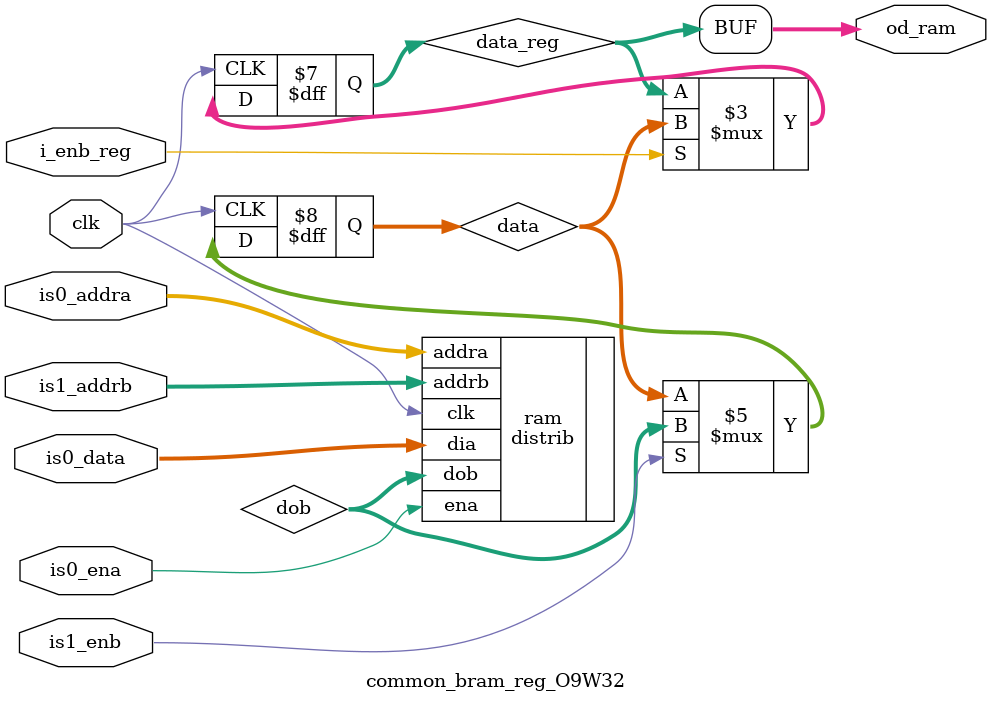
<source format=sv>
`timescale 100ps/100ps

(* keep_hierarchy = "yes" *) module common_bram_reg_O9W32 (
    input  bit clk,
    input  bit is0_ena,
    input  bit [8:0] is0_addra,
    input  bit [31:0] is0_data,
    input  bit is1_enb,
    input  bit [8:0] is1_addrb,
    input  bit i_enb_reg,
    output bit [31:0] od_ram
);


///////////////////////////////////////////////////////////
///////////////////////////////////////////////////////////
bit [31:0] data;
bit [31:0] data_reg;
bit [31:0] dob;

distrib #(
    .ORDER               (9),
    .WIDTH               (32))
ram (
    .clk                 (clk),
    .ena                 (is0_ena),
    .addra               (is0_addra),
    .dia                 (is0_data),
    .addrb               (is1_addrb),
    .dob                 (dob));


///////////////////////////////////////////////////////////
///////////////////////////////////////////////////////////
always_ff @(posedge clk)
begin
    if (is1_enb) begin
        data <= dob;
    end
end
always_ff @(posedge clk)
begin
    if (i_enb_reg) begin
        data_reg <= data;
    end
end
assign od_ram = data_reg;

endmodule
</source>
